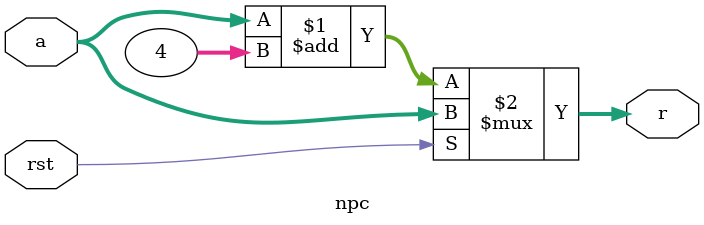
<source format=v>
`timescale 1ns / 1ps


module npc(
    input [31:0] a,
    input rst,
    output [31:0] r
    );
    assign r = rst ? a : a + 4;
endmodule

</source>
